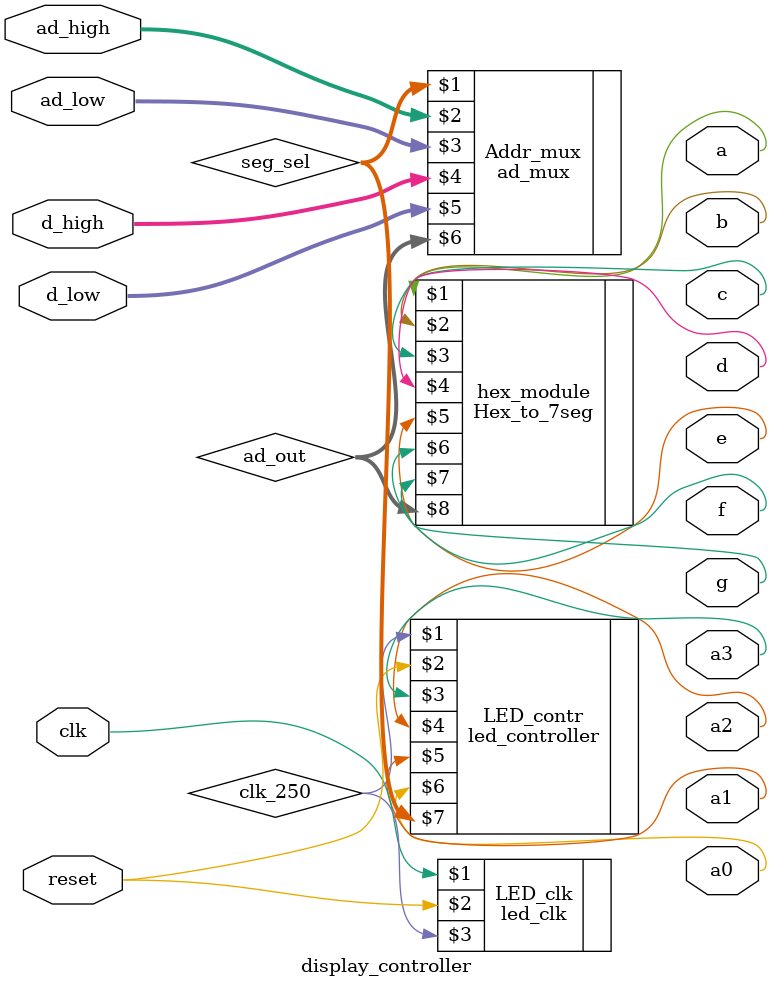
<source format=v>
`timescale 1ns / 1ps
/***********************************************************************
 *
 * Author:   Edward Mares
 * Partner:  Victor Espinoza
 * Email:    eddy.mares@gmail.com
 * Filename: led_clk.v
 * Date:     October 13, 2013
 * Version:  1.0
 *
 * Notes:    Display controller that implements the LED clock, LED 
 *           controller, the address multiplexer, and the hex to 7 
 *           segment display.
 *
 **********************************************************************/
module display_controller(clk, reset, ad_high, ad_low, d_high, d_low,  
                          a3, a2, a1, a0, a, b, c, d, e, f, g);
   //Inputs   
   input             clk, reset;
   input       [3:0] ad_high, ad_low, d_high, d_low;
   
   //Output
   output             a3, a2, a1, a0, a, b, c, d, e, f, g;
   
   //Wire Declarations
   wire               a3, a2, a1, a0, a, b, c, d, e, f, g;
   wire         [3:0] ad_out;
   wire               clk_250;
   wire         [1:0] seg_sel;
   
   //initialize LED clock module
   //                led_clk(clk, reset, clk_out);
   led_clk        LED_clk   (clk,    reset,   clk_250);
   
   //initialize LED controller module
   //        led_controller(clk, reset, a3, a2, a1, a0, seg_sel);
   led_controller LED_contr(clk_250, reset, a3, a2, a1, a0, seg_sel);
   
   //initialize address mux module
   //                ad_mux(seg_sel, ad_high, ad_low, d_high, d_low, ad_out);
   ad_mux         Addr_mux (seg_sel, ad_high, ad_low, d_high, d_low, ad_out);

   //initialize hex to seven segment display module
   //           Hex_to_7seg(a, b, c, d, e, f, g, hex);
   Hex_to_7seg   hex_module(a, b, c, d, e, f, g, ad_out);
   
endmodule

</source>
